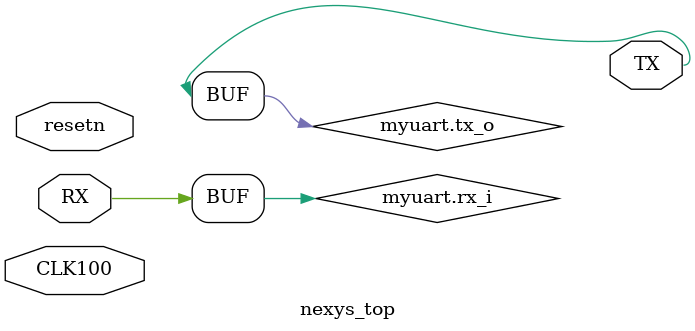
<source format=sv>
`timescale 1ns / 1ps

module nexys_top(
    input logic CLK100,
    input logic resetn,
    
    input logic RX,
    output logic TX
    );
    
    logic RST;
    assign RST = !resetn;
    
    uart myuart();
   
    assign myuart.rx_i = RX;
    assign TX = myuart.tx_o;
    
    miriscv_top top(
        .clk_i(CLK100),
        .rst_i(RST),
        .myuart(myuart)
 //       .uart_rx_i(UART_TXD_IN),
 //       .uart_tx_o(UART_RXD_OUT)
    );
    
endmodule

</source>
